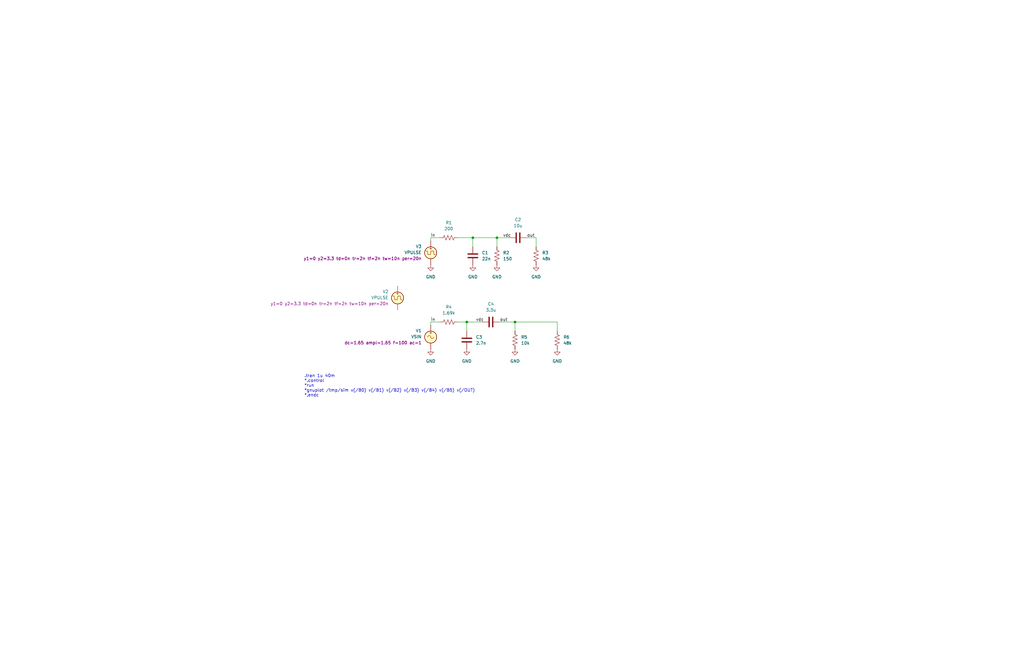
<source format=kicad_sch>
(kicad_sch (version 20231120) (generator "eeschema") (generator_version "8.0")
  (paper "B")
  (lib_symbols
    (symbol "Device:C" (pin_numbers hide) (pin_names (offset 0.254))
      (property "Reference" "C" (at 0.635 2.54 0))
      (property "Value" "C" (at 0.635 -2.54 0))
      (symbol "C_0_1"
        (polyline (pts (xy -2.032 -0.762) (xy 2.032 -0.762)) (stroke (width 0.508)))
        (polyline (pts (xy -2.032 0.762) (xy 2.032 0.762)) (stroke (width 0.508)))
      )
      (symbol "C_1_1"
        (pin passive line (at 0 3.81 270) (length 2.794) (name "~") (number "1"))
        (pin passive line (at 0 -3.81 90) (length 2.794) (name "~") (number "2"))
      )
    )
    (symbol "Device:R_US" (pin_numbers hide) (pin_names (offset 0))
      (property "Reference" "R" (at 2.54 0 90))
      (property "Value" "R_US" (at -2.54 0 90))
      (symbol "R_US_0_1"
        (polyline (pts (xy 0 -2.286) (xy 0 -2.54)))
        (polyline (pts (xy 0 2.286) (xy 0 2.54)))
        (polyline (pts (xy 0 -0.762) (xy 1.016 -1.143) (xy 0 -1.524) (xy -1.016 -1.905) (xy 0 -2.286)))
        (polyline (pts (xy 0 0.762) (xy 1.016 0.381) (xy 0 0) (xy -1.016 -0.381) (xy 0 -0.762)))
        (polyline (pts (xy 0 2.286) (xy 1.016 1.905) (xy 0 1.524) (xy -1.016 1.143) (xy 0 0.762)))
      )
      (symbol "R_US_1_1"
        (pin passive line (at 0 3.81 270) (length 1.27) (name "~") (number "1"))
        (pin passive line (at 0 -3.81 90) (length 1.27) (name "~") (number "2"))
      )
    )
    (symbol "Simulation_SPICE:VPULSE" (pin_numbers hide) (pin_names (offset 0.0254))
      (property "Reference" "V" (at 2.54 2.54 0))
      (property "Value" "VPULSE" (at 2.54 0 0))
      (property "Sim.Params" "y1=0 y2=1 td=2n tr=2n tf=2n tw=50n per=100n" (at 2.54 -2.54 0))
      (symbol "VPULSE_0_0"
        (polyline (pts (xy -2.032 -0.762) (xy -1.397 -0.762) (xy -1.143 0.762) (xy -0.127 0.762) (xy 0.127 -0.762) (xy 1.143 -0.762) (xy 1.397 0.762) (xy 2.032 0.762)))
        (text "+" (at 0 1.905 0) (effects (font (size 1.27 1.27))))
      )
      (symbol "VPULSE_0_1"
        (circle (center 0 0) (radius 2.54) (stroke (width 0.254)) (fill (type background)))
      )
      (symbol "VPULSE_1_1"
        (pin passive line (at 0 5.08 270) (length 2.54) (name "~") (number "1"))
        (pin passive line (at 0 -5.08 90) (length 2.54) (name "~") (number "2"))
      )
    )
    (symbol "Simulation_SPICE:VSIN" (pin_numbers hide) (pin_names (offset 0.0254))
      (property "Reference" "V" (at 2.54 2.54 0))
      (property "Value" "VSIN" (at 2.54 0 0))
      (property "Sim.Params" "dc=0 ampl=1 f=1k ac=1" (at 2.54 -2.54 0))
      (symbol "VSIN_0_0"
        (arc (start 0 0) (mid -0.635 0.6323) (end -1.27 0))
        (arc (start 0 0) (mid 0.635 -0.6323) (end 1.27 0))
        (text "+" (at 0 1.905 0) (effects (font (size 1.27 1.27))))
      )
      (symbol "VSIN_0_1"
        (circle (center 0 0) (radius 2.54) (stroke (width 0.254)) (fill (type background)))
      )
      (symbol "VSIN_1_1"
        (pin passive line (at 0 5.08 270) (length 2.54) (name "~") (number "1"))
        (pin passive line (at 0 -5.08 90) (length 2.54) (name "~") (number "2"))
      )
    )
    (symbol "power:GND" (power) (pin_numbers hide) (pin_names (offset 0) hide)
      (property "Value" "GND" (at 0 -3.81 0))
      (symbol "GND_0_1"
        (polyline (pts (xy 0 0) (xy 0 -1.27) (xy 1.27 -1.27) (xy 0 -2.54) (xy -1.27 -1.27) (xy 0 -1.27)))
      )
      (symbol "GND_1_1"
        (pin power_in line (at 0 0 270) (length 0) (name "~") (number "1"))
      )
    )
  )
  (junction (at 217.17 135.89))
  (junction (at 209.55 100.33))
  (junction (at 199.39 100.33))
  (junction (at 196.85 135.89))
  (wire (pts (xy 193.04 135.89) (xy 196.85 135.89)))
  (wire (pts (xy 181.61 100.33) (xy 185.42 100.33)))
  (wire (pts (xy 209.55 100.33) (xy 209.55 104.14)))
  (wire (pts (xy 210.82 135.89) (xy 217.17 135.89)))
  (wire (pts (xy 181.61 135.89) (xy 185.42 135.89)))
  (wire (pts (xy 181.61 100.33) (xy 181.61 101.6)))
  (wire (pts (xy 199.39 100.33) (xy 209.55 100.33)))
  (wire (pts (xy 217.17 135.89) (xy 234.95 135.89)))
  (wire (pts (xy 193.04 100.33) (xy 199.39 100.33)))
  (wire (pts (xy 222.25 100.33) (xy 226.06 100.33)))
  (wire (pts (xy 234.95 135.89) (xy 234.95 139.7)))
  (wire (pts (xy 181.61 135.89) (xy 181.61 137.16)))
  (wire (pts (xy 217.17 135.89) (xy 217.17 139.7)))
  (wire (pts (xy 226.06 100.33) (xy 226.06 104.14)))
  (wire (pts (xy 199.39 100.33) (xy 199.39 104.14)))
  (wire (pts (xy 196.85 135.89) (xy 196.85 139.7)))
  (wire (pts (xy 209.55 100.33) (xy 214.63 100.33)))
  (wire (pts (xy 196.85 135.89) (xy 203.2 135.89)))
  (text ".tran 1u 40m\n*.control\n*run\n*gnuplot /tmp/sim v(/B0) v(/B1) v(/B2) v(/B3) v(/B4) v(/B5) v(/OUT)\n*.endc" (at 128.27 167.64 0) (effects (font (size 1.27 1.27)) (justify left bottom)))
  (label "out" (at 222.25 100.33 0))
  (label "vdc" (at 200.66 135.89 0))
  (label "in" (at 181.61 100.33 0))
  (label "vdc" (at 212.09 100.33 0))
  (label "out" (at 210.82 135.89 0))
  (label "in" (at 181.61 135.89 0))
  (symbol (lib_id "power:GND") (at 181.61 111.76 0) (unit 1) (exclude_from_sim yes)
    (property "Reference" "#PWR03" (effects (hide yes)))
    (property "Value" "GND" (at 181.61 116.84 0))
    (property "Description" "Power symbol creates a global label with name \"GND\" , ground" (effects (hide yes)))
  )
  (symbol (lib_id "Simulation_SPICE:VPULSE") (at 167.64 125.73 0) (mirror y) (unit 1) (exclude_from_sim yes)
    (property "Reference" "V2" (at 163.83 123.0601 0) (effects (justify left)))
    (property "Value" "VPULSE" (at 163.83 125.6001 0) (effects (justify left)))
    (property "Datasheet" "https://ngspice.sourceforge.io/docs/ngspice-html-manual/manual.xhtml#sec_Independent_Sources_for" (effects (hide yes)))
    (property "Description" "Voltage source, pulse" (effects (hide yes)))
    (property "Sim.Pins" "1=+ 2=-" (effects (hide yes)))
    (property "Sim.Type" "PULSE" (effects (hide yes)))
    (property "Sim.Device" "V" (effects (hide yes)))
    (property "Sim.Params" "y1=0 y2=3.3 td=0n tr=2n tf=2n tw=10n per=20n" (at 163.83 128.1401 0) (effects (justify left)))
  )
  (symbol (lib_id "Device:R_US") (at 226.06 107.95 180) (unit 1) (exclude_from_sim yes)
    (property "Reference" "R3" (at 228.6 106.6799 0) (effects (justify right)))
    (property "Value" "48k" (at 228.6 109.2199 0) (effects (justify right)))
    (property "Description" "Resistor, US symbol" (effects (hide yes)))
  )
  (symbol (lib_id "Device:R_US") (at 234.95 143.51 180) (unit 1)
    (property "Reference" "R6" (at 237.49 142.2399 0) (effects (justify right)))
    (property "Value" "48k" (at 237.49 144.7799 0) (effects (justify right)))
    (property "Description" "Resistor, US symbol" (effects (hide yes)))
  )
  (symbol (lib_id "Device:R_US") (at 217.17 143.51 180) (unit 1)
    (property "Reference" "R5" (at 219.71 142.2399 0) (effects (justify right)))
    (property "Value" "10k" (at 219.71 144.7799 0) (effects (justify right)))
    (property "Description" "Resistor, US symbol" (effects (hide yes)))
  )
  (symbol (lib_id "Device:C") (at 196.85 143.51 0) (unit 1)
    (property "Reference" "C3" (at 200.66 142.2399 0) (effects (justify left)))
    (property "Value" "2.7n" (at 200.66 144.7799 0) (effects (justify left)))
    (property "Description" "Unpolarized capacitor" (effects (hide yes)))
  )
  (symbol (lib_id "Device:C") (at 199.39 107.95 0) (unit 1) (exclude_from_sim yes)
    (property "Reference" "C1" (at 203.2 106.6799 0) (effects (justify left)))
    (property "Value" "22n" (at 203.2 109.2199 0) (effects (justify left)))
    (property "Description" "Unpolarized capacitor" (effects (hide yes)))
  )
  (symbol (lib_id "power:GND") (at 217.17 147.32 0) (unit 1)
    (property "Reference" "#PWR07" (effects (hide yes)))
    (property "Value" "GND" (at 217.17 152.4 0))
    (property "Description" "Power symbol creates a global label with name \"GND\" , ground" (effects (hide yes)))
  )
  (symbol (lib_id "Simulation_SPICE:VSIN") (at 181.61 142.24 0) (unit 1)
    (property "Reference" "V1" (at 177.8 139.5701 0) (effects (justify right)))
    (property "Value" "VSIN" (at 177.8 142.1101 0) (effects (justify right)))
    (property "Datasheet" "https://ngspice.sourceforge.io/docs/ngspice-html-manual/manual.xhtml#sec_Independent_Sources_for" (effects (hide yes)))
    (property "Description" "Voltage source, sinusoidal" (effects (hide yes)))
    (property "Sim.Pins" "1=+ 2=-" (effects (hide yes)))
    (property "Sim.Params" "dc=1.65 ampl=1.65 f=100 ac=1" (at 177.8 144.6501 0) (effects (justify right)))
    (property "Sim.Type" "SIN" (effects (hide yes)))
    (property "Sim.Device" "V" (effects (hide yes)))
  )
  (symbol (lib_id "power:GND") (at 209.55 111.76 0) (unit 1) (exclude_from_sim yes)
    (property "Reference" "#PWR02" (effects (hide yes)))
    (property "Value" "GND" (at 209.55 116.84 0))
    (property "Description" "Power symbol creates a global label with name \"GND\" , ground" (effects (hide yes)))
  )
  (symbol (lib_id "power:GND") (at 234.95 147.32 0) (unit 1)
    (property "Reference" "#PWR08" (effects (hide yes)))
    (property "Value" "GND" (at 234.95 152.4 0))
    (property "Description" "Power symbol creates a global label with name \"GND\" , ground" (effects (hide yes)))
  )
  (symbol (lib_id "Device:R_US") (at 189.23 135.89 90) (unit 1)
    (property "Reference" "R4" (at 189.23 129.54 90))
    (property "Value" "1.69k" (at 189.23 132.08 90))
    (property "Description" "Resistor, US symbol" (effects (hide yes)))
  )
  (symbol (lib_id "Device:C") (at 207.01 135.89 90) (unit 1)
    (property "Reference" "C4" (at 207.01 128.27 90))
    (property "Value" "3.3u" (at 207.01 130.81 90))
    (property "Description" "Unpolarized capacitor" (effects (hide yes)))
  )
  (symbol (lib_id "power:GND") (at 196.85 147.32 0) (unit 1)
    (property "Reference" "#PWR06" (effects (hide yes)))
    (property "Value" "GND" (at 196.85 152.4 0))
    (property "Description" "Power symbol creates a global label with name \"GND\" , ground" (effects (hide yes)))
  )
  (symbol (lib_id "Device:C") (at 218.44 100.33 90) (unit 1) (exclude_from_sim yes)
    (property "Reference" "C2" (at 218.44 92.71 90))
    (property "Value" "10u" (at 218.44 95.25 90))
    (property "Description" "Unpolarized capacitor" (effects (hide yes)))
  )
  (symbol (lib_id "power:GND") (at 181.61 147.32 0) (unit 1)
    (property "Reference" "#PWR05" (effects (hide yes)))
    (property "Value" "GND" (at 181.61 152.4 0))
    (property "Description" "Power symbol creates a global label with name \"GND\" , ground" (effects (hide yes)))
  )
  (symbol (lib_id "power:GND") (at 226.06 111.76 0) (unit 1) (exclude_from_sim yes)
    (property "Reference" "#PWR04" (effects (hide yes)))
    (property "Value" "GND" (at 226.06 116.84 0))
    (property "Description" "Power symbol creates a global label with name \"GND\" , ground" (effects (hide yes)))
  )
  (symbol (lib_id "power:GND") (at 199.39 111.76 0) (unit 1) (exclude_from_sim yes)
    (property "Reference" "#PWR01" (effects (hide yes)))
    (property "Value" "GND" (at 199.39 116.84 0))
    (property "Description" "Power symbol creates a global label with name \"GND\" , ground" (effects (hide yes)))
  )
  (symbol (lib_id "Device:R_US") (at 189.23 100.33 90) (unit 1) (exclude_from_sim yes)
    (property "Reference" "R1" (at 189.23 93.98 90))
    (property "Value" "200" (at 189.23 96.52 90))
    (property "Description" "Resistor, US symbol" (effects (hide yes)))
  )
  (symbol (lib_id "Device:R_US") (at 209.55 107.95 180) (unit 1) (exclude_from_sim yes)
    (property "Reference" "R2" (at 212.09 106.6799 0) (effects (justify right)))
    (property "Value" "150" (at 212.09 109.2199 0) (effects (justify right)))
    (property "Description" "Resistor, US symbol" (effects (hide yes)))
  )
  (symbol (lib_id "Simulation_SPICE:VPULSE") (at 181.61 106.68 0) (mirror y) (unit 1) (exclude_from_sim yes)
    (property "Reference" "V3" (at 177.8 104.0101 0) (effects (justify left)))
    (property "Value" "VPULSE" (at 177.8 106.5501 0) (effects (justify left)))
    (property "Datasheet" "https://ngspice.sourceforge.io/docs/ngspice-html-manual/manual.xhtml#sec_Independent_Sources_for" (effects (hide yes)))
    (property "Description" "Voltage source, pulse" (effects (hide yes)))
    (property "Sim.Pins" "1=+ 2=-" (effects (hide yes)))
    (property "Sim.Type" "PULSE" (effects (hide yes)))
    (property "Sim.Device" "V" (effects (hide yes)))
    (property "Sim.Params" "y1=0 y2=3.3 td=0n tr=2n tf=2n tw=10n per=20n" (at 177.8 109.0901 0) (effects (justify left)))
  )
)
</source>
